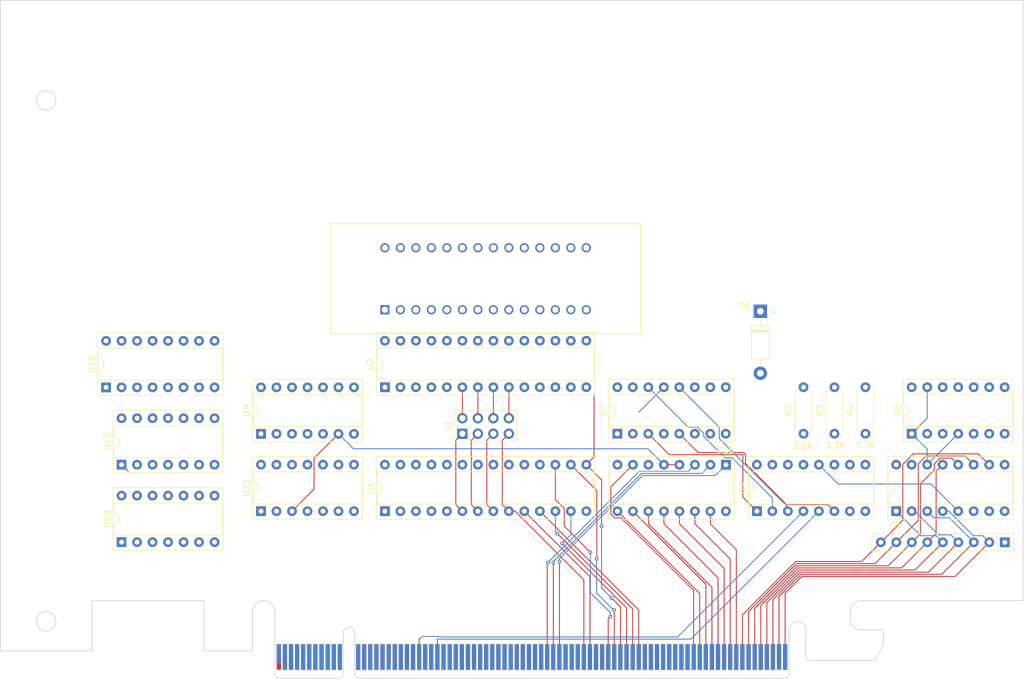
<source format=kicad_pcb>
(kicad_pcb (version 20240108) (generator "pcbnew") (generator_version "8.0")
  (layers (0 "F.Cu" signal) (1 "In1.Cu" power) (2 "In2.Cu" power) (31 "B.Cu" signal) (34 "B.Paste" user) (35 "F.Paste" user) (36 "B.SilkS" user "B.Silkscreen") (37 "F.SilkS" user "F.Silkscreen") (38 "B.Mask" user) (39 "F.Mask" user) (44 "Edge.Cuts" user))
  (net 0 "")
  (net 1 "GND")
  (net 2 "VCC")
  (net 3 "/CLK")
  (net 4 "/~{IRQ}")
  (net 5 "/A15")
  (net 11 "/E")
  (net 12 "/~{IOCS0}")
  (net 13 "/~{IOCS1}")
  (net 14 "/~{VP}")
  (net 15 "/~{IOCS2}")
  (net 16 "/~{IOCS3}")
  (net 17 "/~{IOCS4}")
  (net 18 "/~{IOCS5}")
  (net 19 "/~{IOCS6}")
  (net 20 "/~{IOCS7}")
  (net 21 "/VPA")
  (net 22 "/VDA")
  (net 23 "/A16")
  (net 24 "/A17")
  (net 25 "/A18")
  (net 26 "/A19")
  (net 27 "/A20")
  (net 28 "/A21")
  (net 29 "/A22")
  (net 30 "/A23")
  (net 32 "/~{ML}")
  (net 33 "/X")
  (net 34 "/M")
  (net 35 "/~{IRQ6}")
  (net 36 "/~{IRQ5}")
  (net 37 "/~{IRQ4}")
  (net 38 "/~{IRQ3}")
  (net 39 "/~{IRQ2}")
  (net 40 "/~{IRQ1}")
  (net 41 "/~{IRQ0}")
  (net 42 "/~{BANK0}")
  (net 43 "/~{WR}")
  (net 44 "/~{RD}")
  (net 45 "/R~{W}")
  (net 46 "/VA")
  (net 47 "/~{IRQ7}")
  (net 48 "/SYNC")
  (net 49 "/A14")
  (net 50 "/A13")
  (net 51 "/A12")
  (net 52 "/A11")
  (net 53 "/A10")
  (net 54 "/A9")
  (net 55 "/A8")
  (net 56 "/A7")
  (net 57 "/A6")
  (net 58 "/A5")
  (net 59 "/A4")
  (net 60 "/A3")
  (net 61 "/A2")
  (net 62 "/A1")
  (net 63 "/A0")
  (net 64 "/D7")
  (net 65 "/D6")
  (net 66 "/D5")
  (net 67 "/D4")
  (net 68 "/D3")
  (net 69 "/D2")
  (net 70 "/D1")
  (net 71 "/D0")
  (net 72 "/~{WAI}")
  (net 73 "/RDY_IN")
  (net 74 "/BE")
  (net 75 "/~{ABORT}")
  (net 76 "/~{NMI}")
  (net 77 "/~{RAM0_CE}")
  (net 78 "/~{RAM0_OE}")
  (net 79 "Net-(D1-K)")
  (net 80 "/~{CLK}")
  (net 81 "/CLK_SRC")
  (net 82 "/~{CLK_EN}")
  (net 83 "/RST")
  (net 84 "/~{RAM1_CE}")
  (net 85 "/AA4")
  (net 86 "/AA1")
  (net 87 "/~{RST}")
  (net 88 "/AA3")
  (net 89 "/AA2")
  (net 90 "/~{ROM_CE}")
  (net 91 "/~{VP_IRQ}")
  (net 100 "Net-(U5-S1)")
  (net 101 "Net-(U5-S0)")
  (net 102 "Net-(U5-S2)")
  (net 103 "/OFF1")
  (net 104 "/OFF2")
  (net 105 "/OFF3")
  (net 107 "Net-(U10-Y7)")
  (net 108 "/~{A15}")
  (net 109 "/~{32K_HI}")
  (net 110 "/~{RAM0_WE}")
  (net 111 "/~{MR}⎒")
  (net 112 "/~{A9}")
  (net 115 "/~{A14}")
  (net 121 "/~{32K_HI_MEM}")
  (net 122 "/~{E}")
  (net 123 "/~{IO_PAGE}")
  (net 125 "/IO_PAGE")
  (net 127 "Net-(U18-Pad12)")
  (net 130 "/EMU_RD")
  (net 131 "/RD")
  (net 132 "Net-(U9-Pad5)")
  (footprint "Package_DIP:DIP-14_W7.62mm_Socket" (layer "F.Cu") (at 206.85 112.89 90)
    (property "Reference" "U6")
    (property "Value" "74HC125")
  )
  (footprint "BB816-MATX-PCIE:PCIexpress_x16_HW_FH" (layer "F.Cu") (at 102.6 153)
    (property "Reference" "J1" (hide yes))
    (property "Value" "BB816_BreakoutA27_PCIex16" (hide yes))
    (fp_line (start -45.15 -111.15) (end -45.15 -4.5) (stroke (width 0.12)) (layer "Edge.Cuts"))
    (fp_line (start -45.15 -111.15) (end 122.5 -111.15) (stroke (width 0.12)) (layer "Edge.Cuts"))
    (fp_line (start -30.15 -12.75) (end -11.8 -12.75) (stroke (width 0.12)) (layer "Edge.Cuts"))
    (fp_line (start -30.15 -4.5) (end -45.15 -4.5) (stroke (width 0.12)) (layer "Edge.Cuts"))
    (fp_line (start -30.15 -4.5) (end -30.15 -12.75) (stroke (width 0.12)) (layer "Edge.Cuts"))
    (fp_line (start -11.8 -4.5) (end -11.8 -12.75) (stroke (width 0.12)) (layer "Edge.Cuts"))
    (fp_line (start -11.8 -4.5) (end -3.8 -4.5) (stroke (width 0.12)) (layer "Edge.Cuts"))
    (fp_line (start -3.8 -4.5) (end -3.8 -10.925) (stroke (width 0.12)) (layer "Edge.Cuts"))
    (fp_line (start -0.15 -0.5) (end -0.15 -10.925) (stroke (width 0.12)) (layer "Edge.Cuts"))
    (fp_line (start -0.15 -0.5) (end 0.35 0) (stroke (width 0.12)) (layer "Edge.Cuts"))
    (fp_line (start 0.35 0) (end 10.55 0) (stroke (width 0.12)) (layer "Edge.Cuts"))
    (fp_line (start 11.05 -7.45) (end 11.05 -0.5) (stroke (width 0.12)) (layer "Edge.Cuts"))
    (fp_line (start 11.05 -0.5) (end 10.55 0) (stroke (width 0.12)) (layer "Edge.Cuts"))
    (fp_line (start 12.95 -7.45) (end 12.95 -0.5) (stroke (width 0.12)) (layer "Edge.Cuts"))
    (fp_line (start 12.95 -0.5) (end 13.45 0) (stroke (width 0.12)) (layer "Edge.Cuts"))
    (fp_line (start 13.45 0) (end 83.65 0) (stroke (width 0.12)) (layer "Edge.Cuts"))
    (fp_line (start 84.15 -0.5) (end 83.65 0) (stroke (width 0.12)) (layer "Edge.Cuts"))
    (fp_line (start 84.15 -0.5) (end 84.15 -7.95) (stroke (width 0.12)) (layer "Edge.Cuts"))
    (fp_line (start 86.9 -3.45) (end 86.9 -7.95) (stroke (width 0.12)) (layer "Edge.Cuts"))
    (fp_line (start 86.9 -3.45) (end 87.4 -2.95) (stroke (width 0.12)) (layer "Edge.Cuts"))
    (fp_line (start 87.4 -2.95) (end 98.2 -2.95) (stroke (width 0.12)) (layer "Edge.Cuts"))
    (fp_line (start 94.15 -11) (end 94.15 -9.7) (stroke (width 0.12)) (layer "Edge.Cuts"))
    (fp_line (start 95.8973 -12.75) (end 122.5 -12.75) (stroke (width 0.12)) (layer "Edge.Cuts"))
    (fp_line (start 95.9 -7.95) (end 99.6 -7.95) (stroke (width 0.12)) (layer "Edge.Cuts"))
    (fp_line (start 98.2 -2.95) (end 99.6 -5.5) (stroke (width 0.12)) (layer "Edge.Cuts"))
    (fp_line (start 99.6 -5.5) (end 99.6 -7.95) (stroke (width 0.12)) (layer "Edge.Cuts"))
    (fp_line (start 122.5 -111.15) (end 122.5 -12.75) (stroke (width 0.12)) (layer "Edge.Cuts"))
    (fp_arc (start -3.8 -10.925) (mid -1.975 -12.75) (end -0.15 -10.925) (stroke (width 0.12)) (layer "Edge.Cuts"))
    (fp_arc (start 11.05 -7.45) (mid 12 -8.4) (end 12.95 -7.45) (stroke (width 0.12)) (layer "Edge.Cuts"))
    (fp_arc (start 84.15 -7.95) (mid 85.525 -9.325) (end 86.9 -7.95) (stroke (width 0.12)) (layer "Edge.Cuts"))
    (fp_arc (start 94.15 -11) (mid 94.662563 -12.237437) (end 95.9 -12.75) (stroke (width 0.12)) (layer "Edge.Cuts"))
    (fp_arc (start 95.9 -7.95) (mid 94.662563 -8.462563) (end 94.15 -9.7) (stroke (width 0.12)) (layer "Edge.Cuts"))
    (fp_circle (center -37.65 -94.75) (end -36.05 -94.75) (stroke (width 0.12)) (fill none) (layer "Edge.Cuts"))
    (fp_circle (center -37.65 -9.35) (end -36.05 -9.35) (stroke (width 0.12)) (fill none) (layer "Edge.Cuts"))
  )
  (footprint "Resistor_THT:R_Axial_DIN0207_L6.3mm_D2.5mm_P7.62mm_Horizontal" (layer "F.Cu") (at 194.19 112.89 90)
    (property "Reference" "R3")
    (property "Value" "3.3K")
  )
  (footprint "Package_DIP:DIP-16_W7.62mm_Socket" (layer "F.Cu") (at 74.78 105.29 90)
    (property "Reference" "U10")
    (property "Value" "74HC138")
  )
  (footprint "Package_DIP:DIP-14_W7.62mm_Socket" (layer "F.Cu") (at 100.18 125.59 90)
    (property "Reference" "U23")
    (property "Value" "74HC04")
  )
  (footprint "Package_DIP:DIP-16_W7.62mm_Socket" (layer "F.Cu") (at 158.59 112.89 90)
    (property "Reference" "U7")
    (property "Value" "74HC283")
  )
  (footprint "Package_DIP:DIP-14_W7.62mm_Socket" (layer "F.Cu") (at 100.18 112.91 90)
    (property "Reference" "U9")
    (property "Value" "74HC32")
  )
  (footprint "Diode_THT:D_DO-41_SOD81_P10.16mm_Horizontal" (layer "F.Cu") (at 182.04 92.82 -90)
    (property "Reference" "D1")
    (property "Value" "1N5817")
  )
  (footprint "Resistor_THT:R_Axial_DIN0207_L6.3mm_D2.5mm_P7.62mm_Horizontal" (layer "F.Cu") (at 189.11 112.89 90)
    (property "Reference" "R2")
    (property "Value" "3.3K")
  )
  (footprint "Resistor_THT:R_Axial_DIN0207_L6.3mm_D2.5mm_P7.62mm_Horizontal" (layer "F.Cu") (at 199.27 112.89 90)
    (property "Reference" "R4")
    (property "Value" "3.3K")
  )
  (footprint "Resistor_THT:R_Array_SIP9" (layer "F.Cu") (at 222.11 130.69 180)
    (property "Reference" "RN1" (hide yes))
    (property "Value" "10K" (hide yes))
  )
  (footprint "Package_DIP:DIP-14_W7.62mm_Socket" (layer "F.Cu") (at 77.32 117.97 90)
    (property "Reference" "U15")
    (property "Value" "74HC32")
  )
  (footprint "Package_DIP:DIP-16_W7.62mm_Socket" (layer "F.Cu") (at 204.31 125.59 90)
    (property "Reference" "U5")
    (property "Value" "74HC148")
  )
  (footprint "BB816-MATX-PCIE:228-1277-00-0602J_3MM" (layer "F.Cu") (at 120.49 92.57 90)
    (property "Reference" "U3" (hide yes))
    (property "Value" "AT28C256-15PU" (hide yes))
  )
  (footprint "Connector_PinHeader_2.54mm:PinHeader_2x04_P2.54mm_Vertical" (layer "F.Cu") (at 133.19 112.89 90)
    (property "Reference" "J1")
    (property "Value" "Bypass")
  )
  (footprint "Package_DIP:DIP-16_W7.62mm_Socket" (layer "F.Cu") (at 176.39 117.98 -90)
    (property "Reference" "U16")
    (property "Value" "74HC138")
  )
  (footprint "Package_DIP:DIP-28_W7.62mm_Socket" (layer "F.Cu") (at 120.49 125.59 90)
    (property "Reference" "U1")
    (property "Value" "AS7C256B-15PIN")
  )
  (footprint "Package_DIP:DIP-28_W7.62mm_Socket" (layer "F.Cu") (at 120.49 105.27 90)
    (property "Reference" "U2")
    (property "Value" "AS7C256B-15PIN")
  )
  (footprint "Package_DIP:DIP-16_W7.62mm_Socket" (layer "F.Cu") (at 181.47 125.59 90)
    (property "Reference" "U4")
    (property "Value" "74HC138")
  )
  (footprint "Package_DIP:DIP-14_W7.62mm_Socket" (layer "F.Cu") (at 77.32 130.67 90)
    (property "Reference" "U18")
    (property "Value" "74HC00")
  )
  (segment (start 126.18 146.51) (end 126.1 146.59) (width 0.146812) (layer "F.Cu") (net 11))
  (segment (start 126.1 146.59) (end 126.1 149.5) (width 0.146812) (layer "F.Cu") (net 11))
  (via micro (at 126.18 146.51) (size 0.3) (drill 0.1) (layers "F.Cu" "B.Cu") (net 11))
  (segment (start 126.573406 146.116594) (end 126.18 146.51) (width 0.146812) (layer "B.Cu") (net 11))
  (segment (start 168.460012 146.219988) (end 129.391201 146.219988) (width 0.146812) (layer "B.Cu") (net 11))
  (segment (start 189.09 125.59) (end 168.460012 146.219988) (width 0.146812) (layer "B.Cu") (net 11))
  (segment (start 129.287807 146.116594) (end 126.573406 146.116594) (width 0.146812) (layer "B.Cu") (net 11))
  (segment (start 129.391201 146.219988) (end 129.287807 146.116594) (width 0.146812) (layer "B.Cu") (net 11))
  (segment (start 178.1 131.91) (end 178.1 149.5) (width 0.146812) (layer "F.Cu") (net 12))
  (segment (start 173.85 127.66) (end 178.1 131.91) (width 0.146812) (layer "F.Cu") (net 12))
  (segment (start 173.85 125.6) (end 173.85 127.66) (width 0.146812) (layer "F.Cu") (net 12))
  (segment (start 171.31 127.645008) (end 171.31 125.6) (width 0.146812) (layer "F.Cu") (net 13))
  (segment (start 177.1 149.5) (end 177.1 133.435008) (width 0.146812) (layer "F.Cu") (net 13))
  (segment (start 177.1 133.435008) (end 171.31 127.645008) (width 0.146812) (layer "F.Cu") (net 13))
  (segment (start 129.1 146.57) (end 129.1 149.5) (width 0.146812) (layer "F.Cu") (net 14))
  (via micro (at 129.1 146.57) (size 0.3) (drill 0.1) (layers "In1.Cu" "B.Cu") (net 14))
  (segment (start 129.1 146.57) (end 170.65 146.57) (width 0.146812) (layer "B.Cu") (net 14))
  (segment (start 170.65 146.57) (end 191.63 125.59) (width 0.146812) (layer "B.Cu") (net 14))
  (segment (start 168.77 125.6) (end 168.77 127.645008) (width 0.146812) (layer "F.Cu") (net 15))
  (segment (start 168.77 127.645008) (end 176.1 134.975008) (width 0.146812) (layer "F.Cu") (net 15))
  (segment (start 176.1 134.975008) (end 176.1 149.5) (width 0.146812) (layer "F.Cu") (net 15))
  (segment (start 166.23 125.6) (end 166.23 127.645008) (width 0.146812) (layer "F.Cu") (net 16))
  (segment (start 175.1 136.515008) (end 175.1 149.5) (width 0.146812) (layer "F.Cu") (net 16))
  (segment (start 166.23 127.645008) (end 175.1 136.515008) (width 0.146812) (layer "F.Cu") (net 16))
  (segment (start 174.473394 149.73) (end 174.33 149.73) (width 0.146812) (layer "F.Cu") (net 17))
  (segment (start 163.69 125.6) (end 163.69 127.645008) (width 0.146812) (layer "F.Cu") (net 17))
  (segment (start 163.69 127.645008) (end 174.1 138.055008) (width 0.146812) (layer "F.Cu") (net 17))
  (segment (start 174.33 149.73) (end 174.1 149.5) (width 0.146812) (layer "F.Cu") (net 17))
  (segment (start 174.1 138.055008) (end 174.1 149.5) (width 0.146812) (layer "F.Cu") (net 17))
  (segment (start 161.15 125.6) (end 173.1 137.55) (width 0.146812) (layer "F.Cu") (net 18))
  (segment (start 173.1 137.55) (end 173.1 149.5) (width 0.146812) (layer "F.Cu") (net 18))
  (segment (start 158.61 125.6) (end 172.1 139.09) (width 0.146812) (layer "F.Cu") (net 19))
  (segment (start 172.1 139.09) (end 172.1 149.5) (width 0.146812) (layer "F.Cu") (net 19))
  (segment (start 157.533394 126.045945) (end 158.164055 126.676606) (width 0.146812) (layer "F.Cu") (net 20))
  (segment (start 159.191614 126.676606) (end 171.1 138.584992) (width 0.146812) (layer "F.Cu") (net 20))
  (segment (start 157.533394 121.596606) (end 157.533394 126.045945) (width 0.146812) (layer "F.Cu") (net 20))
  (segment (start 171.1 138.584992) (end 171.1 149.5) (width 0.146812) (layer "F.Cu") (net 20))
  (segment (start 161.15 117.98) (end 157.533394 121.596606) (width 0.146812) (layer "F.Cu") (net 20))
  (segment (start 158.164055 126.676606) (end 159.191614 126.676606) (width 0.146812) (layer "F.Cu") (net 20))
  (segment (start 217.01 117.97) (end 215.583382 116.543382) (width 0.146812) (layer "F.Cu") (net 35))
  (segment (start 200.830072 134.189928) (end 204.33 130.69) (width 0.146812) (layer "F.Cu") (net 35))
  (segment (start 207.926606 127.093394) (end 204.33 130.69) (width 0.146812) (layer "F.Cu") (net 35))
  (segment (start 207.926606 117.823394) (end 207.926606 127.093394) (width 0.146812) (layer "F.Cu") (net 35))
  (segment (start 209.206618 116.543382) (end 207.926606 117.823394) (width 0.146812) (layer "F.Cu") (net 35))
  (segment (start 180.1 149.5) (end 180.1 142.080048) (width 0.146812) (layer "F.Cu") (net 35))
  (segment (start 215.583382 116.543382) (end 209.206618 116.543382) (width 0.146812) (layer "F.Cu") (net 35))
  (segment (start 187.99012 134.189928) (end 200.830072 134.189928) (width 0.146812) (layer "F.Cu") (net 35))
  (segment (start 180.1 142.080048) (end 187.99012 134.189928) (width 0.146812) (layer "F.Cu") (net 35))
  (segment (start 203.02006 134.53994) (end 188.1351 134.53994) (width 0.146812) (layer "F.Cu") (net 36))
  (segment (start 208.313394 121.091614) (end 208.313394 129.246606) (width 0.146812) (layer "F.Cu") (net 36))
  (segment (start 208.313394 129.246606) (end 206.87 130.69) (width 0.146812) (layer "F.Cu") (net 36))
  (segment (start 210.55 118.855008) (end 208.313394 121.091614) (width 0.146812) (layer "F.Cu") (net 36))
  (segment (start 213.393394 116.893394) (end 211.484055 116.893394) (width 0.146812) (layer "F.Cu") (net 36))
  (segment (start 181.1 141.57504) (end 181.1 149.5) (width 0.146812) (layer "F.Cu") (net 36))
  (segment (start 211.484055 116.893394) (end 210.55 117.827449) (width 0.146812) (layer "F.Cu") (net 36))
  (segment (start 188.1351 134.53994) (end 181.1 141.57504) (width 0.146812) (layer "F.Cu") (net 36))
  (segment (start 210.55 117.827449) (end 210.55 118.855008) (width 0.146812) (layer "F.Cu") (net 36))
  (segment (start 206.87 130.69) (end 203.02006 134.53994) (width 0.146812) (layer "F.Cu") (net 36))
  (segment (start 214.47 117.97) (end 213.393394 116.893394) (width 0.146812) (layer "F.Cu") (net 36))
  (segment (start 211.93 117.97) (end 210.853394 119.046606) (width 0.146812) (layer "F.Cu") (net 37))
  (segment (start 210.853394 119.046606) (end 210.853394 129.246606) (width 0.146812) (layer "F.Cu") (net 37))
  (segment (start 182.1 141.070032) (end 188.28008 134.889952) (width 0.146812) (layer "F.Cu") (net 37))
  (segment (start 188.28008 134.889952) (end 205.210048 134.889952) (width 0.146812) (layer "F.Cu") (net 37))
  (segment (start 210.853394 129.246606) (end 209.41 130.69) (width 0.146812) (layer "F.Cu") (net 37))
  (segment (start 205.210048 134.889952) (end 209.41 130.69) (width 0.146812) (layer "F.Cu") (net 37))
  (segment (start 182.1 149.5) (end 182.1 141.070032) (width 0.146812) (layer "F.Cu") (net 37))
  (segment (start 211.95 130.69) (end 207.400036 135.239964) (width 0.146812) (layer "F.Cu") (net 38))
  (segment (start 207.400036 135.239964) (end 188.42506 135.239964) (width 0.146812) (layer "F.Cu") (net 38))
  (segment (start 183.1 140.565024) (end 183.1 149.5) (width 0.146812) (layer "F.Cu") (net 38))
  (segment (start 188.42506 135.239964) (end 183.1 140.565024) (width 0.146812) (layer "F.Cu") (net 38))
  (segment (start 208.333394 129.613394) (end 210.873394 129.613394) (width 0.146812) (layer "B.Cu") (net 38))
  (segment (start 204.31 125.59) (end 208.333394 129.613394) (width 0.146812) (layer "B.Cu") (net 38))
  (segment (start 210.873394 129.613394) (end 211.95 130.69) (width 0.146812) (layer "B.Cu") (net 38))
  (segment (start 184.1 140.060016) (end 188.57004 135.589976) (width 0.146812) (layer "F.Cu") (net 39))
  (segment (start 188.57004 135.589976) (end 209.590024 135.589976) (width 0.146812) (layer "F.Cu") (net 39))
  (segment (start 209.590024 135.589976) (end 214.49 130.69) (width 0.146812) (layer "F.Cu") (net 39))
  (segment (start 184.1 149.5) (end 184.1 140.060016) (width 0.146812) (layer "F.Cu") (net 39))
  (segment (start 206.85 125.59) (end 207.344992 125.59) (width 0.146812) (layer "B.Cu") (net 39))
  (segment (start 213.27 129.47) (end 214.49 130.69) (width 0.146812) (layer "B.Cu") (net 39))
  (segment (start 207.344992 125.59) (end 211.224992 129.47) (width 0.146812) (layer "B.Cu") (net 39))
  (segment (start 211.224992 129.47) (end 213.27 129.47) (width 0.146812) (layer "B.Cu") (net 39))
  (segment (start 188.71502 135.939988) (end 185.1 139.555008) (width 0.146812) (layer "F.Cu") (net 40))
  (segment (start 211.780012 135.939988) (end 188.71502 135.939988) (width 0.146812) (layer "F.Cu") (net 40))
  (segment (start 217.03 130.69) (end 211.780012 135.939988) (width 0.146812) (layer "F.Cu") (net 40))
  (segment (start 185.1 139.555008) (end 185.1 149) (width 0.146812) (layer "F.Cu") (net 40))
  (segment (start 213.006606 126.666606) (end 217.03 130.69) (width 0.146812) (layer "B.Cu") (net 40))
  (segment (start 210.466606 126.666606) (end 213.006606 126.666606) (width 0.146812) (layer "B.Cu") (net 40))
  (segment (start 209.39 125.59) (end 210.466606 126.666606) (width 0.146812) (layer "B.Cu") (net 40))
  (segment (start 213.97 136.29) (end 188.86 136.29) (width 0.146812) (layer "F.Cu") (net 41))
  (segment (start 186.1 139.05) (end 186.1 149.5) (width 0.146812) (layer "F.Cu") (net 41))
  (segment (start 188.86 136.29) (end 186.1 139.05) (width 0.146812) (layer "F.Cu") (net 41))
  (segment (start 219.57 130.69) (end 213.97 136.29) (width 0.146812) (layer "F.Cu") (net 41))
  (segment (start 216.970843 129.613394) (end 218.493394 129.613394) (width 0.146812) (layer "B.Cu") (net 41))
  (segment (start 212.947449 125.59) (end 216.970843 129.613394) (width 0.146812) (layer "B.Cu") (net 41))
  (segment (start 211.93 125.59) (end 212.947449 125.59) (width 0.146812) (layer "B.Cu") (net 41))
  (segment (start 218.493394 129.613394) (end 219.57 130.69) (width 0.146812) (layer "B.Cu") (net 41))
  (segment (start 205.386606 127.093394) (end 201.79 130.69) (width 0.146812) (layer "F.Cu") (net 47))
  (segment (start 187.84514 133.839916) (end 179.1 142.585056) (width 0.146812) (layer "F.Cu") (net 47))
  (segment (start 198.640084 133.839916) (end 187.84514 133.839916) (width 0.146812) (layer "F.Cu") (net 47))
  (segment (start 201.79 130.69) (end 198.640084 133.839916) (width 0.146812) (layer "F.Cu") (net 47))
  (segment (start 207.104079 116.19337) (end 205.386606 117.910843) (width 0.146812) (layer "F.Cu") (net 47))
  (segment (start 179.1 142.585056) (end 179.1 149.5) (width 0.146812) (layer "F.Cu") (net 47))
  (segment (start 219.55 117.97) (end 217.77337 116.19337) (width 0.146812) (layer "F.Cu") (net 47))
  (segment (start 205.386606 117.910843) (end 205.386606 127.093394) (width 0.146812) (layer "F.Cu") (net 47))
  (segment (start 217.77337 116.19337) (end 207.104079 116.19337) (width 0.146812) (layer "F.Cu") (net 47))
  (segment (start 147.1 134.13) (end 147.22 134.01) (width 0.146812) (layer "F.Cu") (net 56))
  (segment (start 147.1 149.5) (end 147.1 134.13) (width 0.146812) (layer "F.Cu") (net 56))
  (via (at 147.22 134.01) (size 0.6) (drill 0.3) (layers "F.Cu" "B.Cu") (net 56))
  (segment (start 162.173394 119.056606) (end 170.233394 119.056606) (width 0.146812) (layer "B.Cu") (net 56))
  (segment (start 147.22 134.01) (end 162.173394 119.056606) (width 0.146812) (layer "B.Cu") (net 56))
  (segment (start 170.233394 119.056606) (end 171.31 117.98) (width 0.146812) (layer "B.Cu") (net 56))
  (segment (start 148.1 134.01) (end 148.1 149.5) (width 0.146812) (layer "F.Cu") (net 57))
  (via (at 148.1 134.01) (size 0.6) (drill 0.3) (layers "F.Cu" "B.Cu") (net 57))
  (segment (start 148.1 133.865008) (end 162.55839 119.406618) (width 0.146812) (layer "B.Cu") (net 57))
  (segment (start 162.55839 119.406618) (end 172.423382 119.406618) (width 0.146812) (layer "B.Cu") (net 57))
  (segment (start 172.423382 119.406618) (end 173.85 117.98) (width 0.146812) (layer "B.Cu") (net 57))
  (segment (start 148.1 134.01) (end 148.1 133.865008) (width 0.146812) (layer "B.Cu") (net 57))
  (segment (start 149.1 133.88) (end 149.1 149.5) (width 0.146812) (layer "F.Cu") (net 58))
  (via (at 149.1 133.88) (size 0.6) (drill 0.3) (layers "F.Cu" "B.Cu") (net 58))
  (segment (start 149.1 133.88) (end 149.1 133.36) (width 0.146812) (layer "B.Cu") (net 58))
  (segment (start 162.70337 119.75663) (end 174.61337 119.75663) (width 0.146812) (layer "B.Cu") (net 58))
  (segment (start 174.61337 119.75663) (end 176.39 117.98) (width 0.146812) (layer "B.Cu") (net 58))
  (segment (start 149.1 133.36) (end 162.70337 119.75663) (width 0.146812) (layer "B.Cu") (net 58))
  (segment (start 133.19 112.89) (end 132.113394 113.966606) (width 0.146812) (layer "F.Cu") (net 59))
  (segment (start 132.113394 124.513394) (end 133.19 125.59) (width 0.146812) (layer "F.Cu") (net 59))
  (segment (start 132.113394 113.966606) (end 132.113394 124.513394) (width 0.146812) (layer "F.Cu") (net 59))
  (segment (start 186.55 124.94) (end 175.293394 113.683394) (width 0.146812) (layer "B.Cu") (net 59))
  (segment (start 186.55 125.59) (end 186.55 124.94) (width 0.146812) (layer "B.Cu") (net 59))
  (segment (start 175.293394 111.813394) (end 168.75 105.27) (width 0.146812) (layer "B.Cu") (net 59))
  (segment (start 175.293394 113.683394) (end 175.293394 111.813394) (width 0.146812) (layer "B.Cu") (net 59))
  (segment (start 134.653394 113.966606) (end 134.653394 124.513394) (width 0.146812) (layer "F.Cu") (net 60))
  (segment (start 134.653394 124.513394) (end 135.73 125.59) (width 0.146812) (layer "F.Cu") (net 60))
  (segment (start 135.73 112.89) (end 134.653394 113.966606) (width 0.146812) (layer "F.Cu") (net 60))
  (segment (start 167.1 116.32) (end 163.67 112.89) (width 0.146812) (layer "F.Cu") (net 61))
  (segment (start 181.47 125.59) (end 179.17 123.29) (width 0.146812) (layer "F.Cu") (net 61))
  (segment (start 138.27 112.89) (end 137.193394 113.966606) (width 0.146812) (layer "F.Cu") (net 61))
  (segment (start 137.193394 124.513394) (end 138.27 125.59) (width 0.146812) (layer "F.Cu") (net 61))
  (segment (start 179.17 123.29) (end 179.17 116.32) (width 0.146812) (layer "F.Cu") (net 61))
  (segment (start 179.17 116.32) (end 167.1 116.32) (width 0.146812) (layer "F.Cu") (net 61))
  (segment (start 137.193394 113.966606) (end 137.193394 124.513394) (width 0.146812) (layer "F.Cu") (net 61))
  (segment (start 153.1 149.5) (end 153.1 136.862551) (width 0.146812) (layer "F.Cu") (net 62))
  (segment (start 139.733394 113.966606) (end 139.733394 124.513394) (width 0.146812) (layer "F.Cu") (net 62))
  (segment (start 141.827449 125.59) (end 140.81 125.59) (width 0.146812) (layer "F.Cu") (net 62))
  (segment (start 186.353394 124.513394) (end 193.093394 124.513394) (width 0.146812) (layer "F.Cu") (net 62))
  (segment (start 153.1 136.862551) (end 141.827449 125.59) (width 0.146812) (layer "F.Cu") (net 62))
  (segment (start 179.61 116.265008) (end 179.61 117.77) (width 0.146812) (layer "F.Cu") (net 62))
  (segment (start 140.81 112.89) (end 139.733394 113.966606) (width 0.146812) (layer "F.Cu") (net 62))
  (segment (start 179.61 117.77) (end 186.353394 124.513394) (width 0.146812) (layer "F.Cu") (net 62))
  (segment (start 179.31498 115.969988) (end 179.61 116.265008) (width 0.146812) (layer "F.Cu") (net 62))
  (segment (start 193.093394 124.513394) (end 194.17 125.59) (width 0.146812) (layer "F.Cu") (net 62))
  (segment (start 171.829988 115.969988) (end 179.31498 115.969988) (width 0.146812) (layer "F.Cu") (net 62))
  (segment (start 139.733394 124.513394) (end 140.81 125.59) (width 0.146812) (layer "F.Cu") (net 62))
  (segment (start 168.75 112.89) (end 171.829988 115.969988) (width 0.146812) (layer "F.Cu") (net 62))
  (segment (start 143.35 125.59) (end 154.1 136.34) (width 0.146812) (layer "F.Cu") (net 63))
  (segment (start 154.1 136.34) (end 154.1 149.5) (width 0.146812) (layer "F.Cu") (net 63))
  (segment (start 149.893394 125.144055) (end 149.893394 128.043394) (width 0.146812) (layer "F.Cu") (net 66))
  (segment (start 157.46 142.86) (end 157.1 143.22) (width 0.146812) (layer "F.Cu") (net 66))
  (segment (start 148.43 117.97) (end 148.43 123.680661) (width 0.146812) (layer "F.Cu") (net 66))
  (segment (start 149.893394 128.043394) (end 154.17 132.32) (width 0.146812) (layer "F.Cu") (net 66))
  (segment (start 157.1 143.22) (end 157.1 149.5) (width 0.146812) (layer "F.Cu") (net 66))
  (segment (start 148.43 123.680661) (end 149.893394 125.144055) (width 0.146812) (layer "F.Cu") (net 66))
  (via (at 157.46 142.86) (size 0.6) (drill 0.3) (layers "F.Cu" "B.Cu") (net 66))
  (via (at 154.17 132.32) (size 0.6) (drill 0.3) (layers "F.Cu" "B.Cu") (net 66))
  (segment (start 157.25 142.02) (end 157.46 142.23) (width 0.146812) (layer "B.Cu") (net 66))
  (segment (start 154.17 132.32) (end 154.17 138.94) (width 0.146812) (layer "B.Cu") (net 66))
  (segment (start 157.46 142.23) (end 157.46 142.86) (width 0.146812) (layer "B.Cu") (net 66))
  (segment (start 154.17 138.94) (end 157.25 142.02) (width 0.146812) (layer "B.Cu") (net 66))
  (segment (start 158.1 141.82) (end 158.1 149.5) (width 0.146812) (layer "F.Cu") (net 67))
  (segment (start 155.23 122.23) (end 155.23 126.41) (width 0.146812) (layer "F.Cu") (net 67))
  (segment (start 155.23 126.41) (end 155.23 133.37) (width 0.146812) (layer "F.Cu") (net 67))
  (segment (start 155.23 133.37) (end 155.2 133.4) (width 0.146812) (layer "F.Cu") (net 67))
  (segment (start 150.97 117.97) (end 155.23 122.23) (width 0.146812) (layer "F.Cu") (net 67))
  (segment (start 158.05 141.77) (end 158.1 141.82) (width 0.146812) (layer "F.Cu") (net 67))
  (via (at 158.05 141.77) (size 0.6) (drill 0.3) (layers "F.Cu" "B.Cu") (net 67))
  (via (at 155.2 133.4) (size 0.6) (drill 0.3) (layers "F.Cu" "B.Cu") (net 67))
  (segment (start 157.94 141.77) (end 155.2 139.03) (width 0.146812) (layer "B.Cu") (net 67))
  (segment (start 158.05 141.77) (end 157.94 141.77) (width 0.146812) (layer "B.Cu") (net 67))
  (segment (start 155.2 139.03) (end 155.2 133.4) (width 0.146812) (layer "B.Cu") (net 67))
  (segment (start 159.1 149.5) (end 159.1 141.265446) (width 0.146812) (layer "F.Cu") (net 68))
  (segment (start 156.01 128.06) (end 156.01 120.47) (width 0.146812) (layer "F.Cu") (net 68))
  (segment (start 156.01 120.47) (end 153.51 117.97) (width 0.146812) (layer "F.Cu") (net 68))
  (segment (start 154.78 116.7) (end 153.51 117.97) (width 0.146812) (layer "F.Cu") (net 68))
  (segment (start 154.78 106.54) (end 154.78 116.7) (width 0.146812) (layer "F.Cu") (net 68))
  (segment (start 159.1 141.265446) (end 157.667277 139.832723) (width 0.146812) (layer "F.Cu") (net 68))
  (via (at 157.667277 139.832723) (size 0.6) (drill 0.3) (layers "F.Cu" "B.Cu") (net 68))
  (via (at 156.01 128.06) (size 0.6) (drill 0.3) (layers "F.Cu" "B.Cu") (net 68))
  (segment (start 157.667277 139.832723) (end 156.01 138.175446) (width 0.146812) (layer "B.Cu") (net 68))
  (segment (start 156.01 138.175446) (end 156.01 128.06) (width 0.146812) (layer "B.Cu") (net 68))
  (segment (start 160.1 141.45) (end 160.1 149.5) (width 0.146812) (layer "F.Cu") (net 69))
  (segment (start 149.541831 130.891831) (end 160.1 141.45) (width 0.146812) (layer "F.Cu") (net 69))
  (via (at 149.541831 130.872723) (size 0.6) (drill 0.3) (layers "F.Cu" "B.Cu") (net 69))
  (segment (start 149.547277 130.872723) (end 150.97 129.45) (width 0.146812) (layer "B.Cu") (net 69))
  (segment (start 149.541831 130.872723) (end 149.547277 130.872723) (width 0.146812) (layer "B.Cu") (net 69))
  (segment (start 150.97 129.45) (end 150.97 125.59) (width 0.146812) (layer "B.Cu") (net 69))
  (segment (start 148.772277 129.287723) (end 161.1 141.615446) (width 0.146812) (layer "F.Cu") (net 70))
  (segment (start 161.1 141.615446) (end 161.1 149.5) (width 0.146812) (layer "F.Cu") (net 70))
  (via (at 148.772277 129.287723) (size 0.6) (drill 0.3) (layers "F.Cu" "B.Cu") (net 70))
  (segment (start 148.43 128.945446) (end 148.43 125.59) (width 0.146812) (layer "B.Cu") (net 70))
  (segment (start 148.772277 129.287723) (end 148.43 128.945446) (width 0.146812) (layer "B.Cu") (net 70))
  (segment (start 162.1 141.8) (end 162.1 149.5) (width 0.146812) (layer "F.Cu") (net 71))
  (segment (start 145.89 125.59) (end 162.1 141.8) (width 0.146812) (layer "F.Cu") (net 71))
  (segment (start 209.39 117.97) (end 209.39 115.43) (width 0.146812) (layer "B.Cu") (net 79))
  (segment (start 209.39 115.43) (end 206.85 112.89) (width 0.146812) (layer "B.Cu") (net 79))
  (segment (start 214.47 112.89) (end 209.39 117.97) (width 0.146812) (layer "B.Cu") (net 79))
  (segment (start 209.39 110.35) (end 206.85 112.89) (width 0.146812) (layer "B.Cu") (net 79))
  (segment (start 209.39 105.27) (end 209.39 110.35) (width 0.146812) (layer "B.Cu") (net 79))
  (segment (start 133.19 105.27) (end 133.19 110.35) (width 0.146812) (layer "F.Cu") (net 85))
  (segment (start 140.81 105.27) (end 140.81 110.35) (width 0.146812) (layer "F.Cu") (net 86))
  (segment (start 135.73 105.27) (end 135.73 110.35) (width 0.146812) (layer "F.Cu") (net 88))
  (segment (start 171.746788 111.813394) (end 172.753394 112.82) (width 0.146812) (layer "B.Cu") (net 88))
  (segment (start 177.423212 116.86) (end 184.01 123.446788) (width 0.146812) (layer "B.Cu") (net 88))
  (segment (start 176.277449 116.86) (end 177.423212 116.86) (width 0.146812) (layer "B.Cu") (net 88))
  (segment (start 172.753394 112.82) (end 172.753394 113.335945) (width 0.146812) (layer "B.Cu") (net 88))
  (segment (start 163.67 105.27) (end 170.213394 111.813394) (width 0.146812) (layer "B.Cu") (net 88))
  (segment (start 184.01 123.446788) (end 184.01 125.59) (width 0.146812) (layer "B.Cu") (net 88))
  (segment (start 166.21 105.27) (end 162.13 109.35) (width 0.146812) (layer "B.Cu") (net 88))
  (segment (start 170.213394 111.813394) (end 171.746788 111.813394) (width 0.146812) (layer "B.Cu") (net 88))
  (segment (start 172.753394 113.335945) (end 176.277449 116.86) (width 0.146812) (layer "B.Cu") (net 88))
  (segment (start 138.27 105.27) (end 138.27 110.35) (width 0.146812) (layer "F.Cu") (net 89))
  (segment (start 210.02 121.14) (end 214.47 125.59) (width 0.146812) (layer "B.Cu") (net 91))
  (segment (start 194.8 121.14) (end 210.02 121.14) (width 0.146812) (layer "B.Cu") (net 91))
  (segment (start 191.63 117.97) (end 194.8 121.14) (width 0.146812) (layer "B.Cu") (net 91))
  (segment (start 108.876606 116.913394) (end 108.876606 121.973394) (width 0.146812) (layer "F.Cu") (net 123))
  (segment (start 108.876606 121.973394) (end 105.26 125.59) (width 0.146812) (layer "F.Cu") (net 123))
  (segment (start 112.88 112.91) (end 108.876606 116.913394) (width 0.146812) (layer "F.Cu") (net 123))
  (segment (start 166.23 117.98) (end 168.77 117.98) (width 0.146812) (layer "F.Cu") (net 123))
  (segment (start 166.23 117.98) (end 163.61 115.36) (width 0.146812) (layer "B.Cu") (net 123))
  (segment (start 115.33 115.36) (end 112.88 112.91) (width 0.146812) (layer "B.Cu") (net 123))
  (segment (start 163.61 115.36) (end 115.33 115.36) (width 0.146812) (layer "B.Cu") (net 123))
  (segment (start 78.396606 119.046606) (end 77.32 117.97) (width 0.146812) (layer "F.Cu") (net 125))
)
</source>
